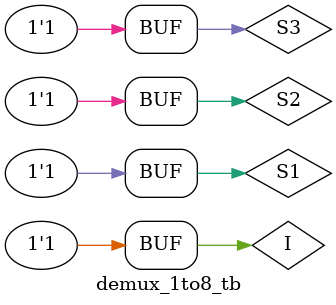
<source format=v>
module demux_1to8(I, S1, S2, S3, I0, I1, I2, I3, I4, I5, I6, I7);

input I, S1, S2, S3;
output I0, I1, I2, I3, I4, I5, I6, I7;
wire S1not, S2not, S3not;

not g1(S1not, S1);
not g2(S2not, S2);
not g3(S3not, S3);

and g4(I0, I, S3not, S2not, S1not);
and g5(I1, I, S3not, S2not, S1);
and g6(I2, I, S3not, S2, S1not);
and g7(I3, I, S3not, S2, S1);
and g8(I4, I, S3, S2not, S1not);
and g9(I5, I, S3, S2not, S1);
and g10(I6, I, S3, S2, S1not);
and g11(I7, I, S3, S2, S1);

endmodule

module demux_1to8_tb;

reg I, S1, S2, S3;
wire I0, I1, I2, I3, I4, I5, I6, I7;

demux_1to8 i1(I, S1, S2, S3, I0, I1, I2, I3, I4, I5, I6, I7);

initial
begin
	I=1'b1; S3=1'b0; S2=1'b0; S1=1'b0;
	$monitor("Time:%f, I=%b, S3S2S1=%b%b%b, I7-I0=%b%b%b%b%b%b%b%b", $time, I, S3, S2, S1, I7, I6, I5, I4, I3, I2, I1, I0);
	#5 S3=1'b0; S2=1'b1; S1=1'b0;
	#5 S3=1'b0; S2=1'b0; S1=1'b1;
	#5 S3=1'b1; S2=1'b0; S1=1'b0;
	#5 S3=1'b1; S2=1'b1; S1=1'b1;
end

endmodule
</source>
